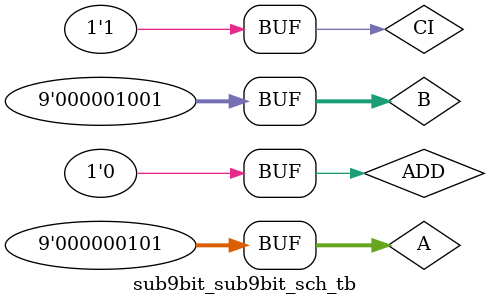
<source format=v>

`timescale 1ns / 1ps

module sub9bit_sub9bit_sch_tb();

// Inputs
   reg [8:0] A;
   reg [8:0] B;
   reg CI;
   reg ADD;

// Output
   wire [8:0] S;
   wire OFL;
   wire CO;

// Bidirs

// Instantiate the UUT
   sub9bit UUT (
		.A(A), 
		.S(S), 
		.B(B), 
		.OFL(OFL), 
		.CO(CO), 
		.CI(CI), 
		.ADD(ADD)
   );
// Initialize Inputs
       initial begin
		A = 5;
		B = 9;
		CI = 1;
		ADD = 0;
end
endmodule

</source>
